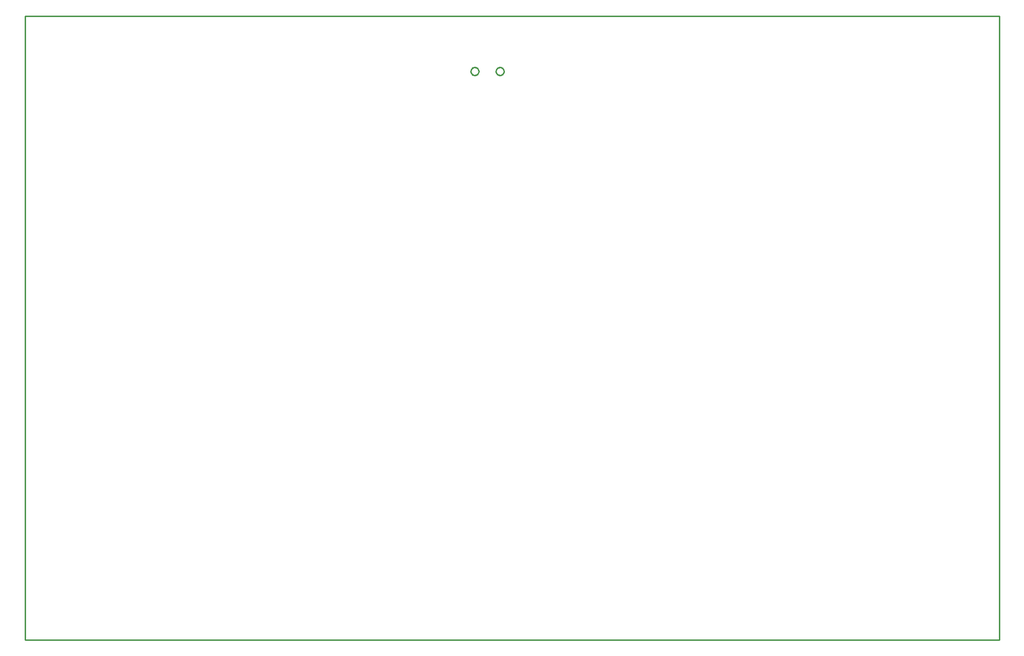
<source format=gbr>
G04 EAGLE Gerber RS-274X export*
G75*
%MOMM*%
%FSLAX34Y34*%
%LPD*%
%IN*%
%IPPOS*%
%AMOC8*
5,1,8,0,0,1.08239X$1,22.5*%
G01*
%ADD10C,0.254000*%


D10*
X0Y0D02*
X1739700Y0D01*
X1739700Y1114300D01*
X0Y1114300D01*
X0Y0D01*
X803344Y1009000D02*
X804028Y1009067D01*
X804703Y1009202D01*
X805361Y1009401D01*
X805997Y1009664D01*
X806603Y1009989D01*
X807175Y1010371D01*
X807707Y1010807D01*
X808193Y1011293D01*
X808629Y1011825D01*
X809011Y1012397D01*
X809336Y1013004D01*
X809599Y1013639D01*
X809798Y1014297D01*
X809933Y1014972D01*
X810000Y1015656D01*
X810000Y1016344D01*
X809933Y1017028D01*
X809798Y1017703D01*
X809599Y1018361D01*
X809336Y1018997D01*
X809011Y1019603D01*
X808629Y1020175D01*
X808193Y1020707D01*
X807707Y1021193D01*
X807175Y1021629D01*
X806603Y1022011D01*
X805997Y1022336D01*
X805361Y1022599D01*
X804703Y1022798D01*
X804028Y1022933D01*
X803344Y1023000D01*
X802656Y1023000D01*
X801972Y1022933D01*
X801297Y1022798D01*
X800639Y1022599D01*
X800004Y1022336D01*
X799397Y1022011D01*
X798825Y1021629D01*
X798293Y1021193D01*
X797807Y1020707D01*
X797371Y1020175D01*
X796989Y1019603D01*
X796664Y1018997D01*
X796401Y1018361D01*
X796202Y1017703D01*
X796067Y1017028D01*
X796000Y1016344D01*
X796000Y1015656D01*
X796067Y1014972D01*
X796202Y1014297D01*
X796401Y1013639D01*
X796664Y1013004D01*
X796989Y1012397D01*
X797371Y1011825D01*
X797807Y1011293D01*
X798293Y1010807D01*
X798825Y1010371D01*
X799397Y1009989D01*
X800004Y1009664D01*
X800639Y1009401D01*
X801297Y1009202D01*
X801972Y1009067D01*
X802656Y1009000D01*
X803344Y1009000D01*
X848344Y1009000D02*
X849028Y1009067D01*
X849703Y1009202D01*
X850361Y1009401D01*
X850997Y1009664D01*
X851603Y1009989D01*
X852175Y1010371D01*
X852707Y1010807D01*
X853193Y1011293D01*
X853629Y1011825D01*
X854011Y1012397D01*
X854336Y1013004D01*
X854599Y1013639D01*
X854798Y1014297D01*
X854933Y1014972D01*
X855000Y1015656D01*
X855000Y1016344D01*
X854933Y1017028D01*
X854798Y1017703D01*
X854599Y1018361D01*
X854336Y1018997D01*
X854011Y1019603D01*
X853629Y1020175D01*
X853193Y1020707D01*
X852707Y1021193D01*
X852175Y1021629D01*
X851603Y1022011D01*
X850997Y1022336D01*
X850361Y1022599D01*
X849703Y1022798D01*
X849028Y1022933D01*
X848344Y1023000D01*
X847656Y1023000D01*
X846972Y1022933D01*
X846297Y1022798D01*
X845639Y1022599D01*
X845004Y1022336D01*
X844397Y1022011D01*
X843825Y1021629D01*
X843293Y1021193D01*
X842807Y1020707D01*
X842371Y1020175D01*
X841989Y1019603D01*
X841664Y1018997D01*
X841401Y1018361D01*
X841202Y1017703D01*
X841067Y1017028D01*
X841000Y1016344D01*
X841000Y1015656D01*
X841067Y1014972D01*
X841202Y1014297D01*
X841401Y1013639D01*
X841664Y1013004D01*
X841989Y1012397D01*
X842371Y1011825D01*
X842807Y1011293D01*
X843293Y1010807D01*
X843825Y1010371D01*
X844397Y1009989D01*
X845004Y1009664D01*
X845639Y1009401D01*
X846297Y1009202D01*
X846972Y1009067D01*
X847656Y1009000D01*
X848344Y1009000D01*
M02*

</source>
